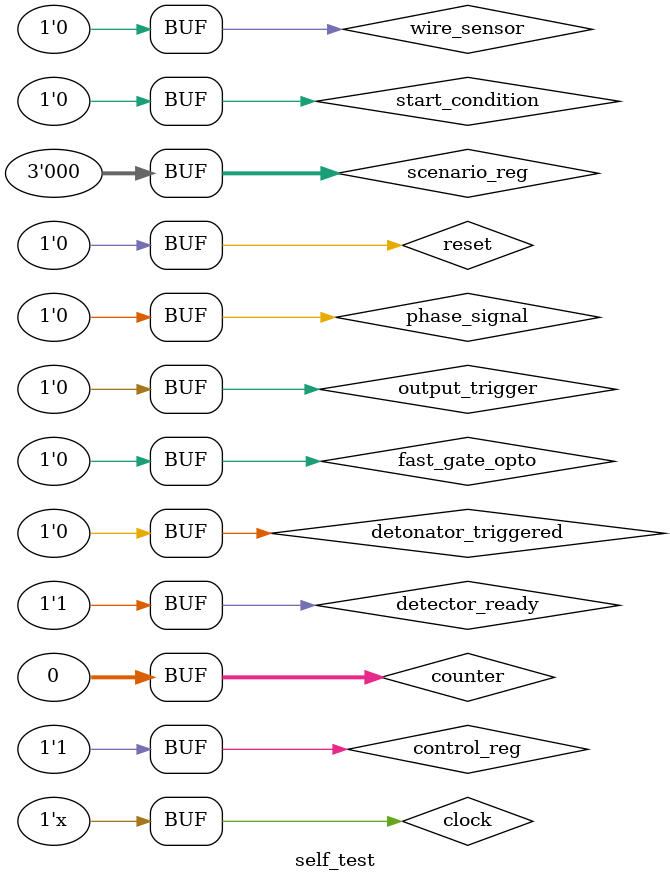
<source format=sv>
`timescale 1ns/10ps

module self_test();
	logic control_reg = 0;
	logic clock = 0;
    logic reset = 0;
    logic start_condition =0;
    logic fast_gate_opto = 0;
//    logic fast_gate_open = 0;
	logic phase_signal = 0;
    logic detector_ready = 1;
    logic wire_sensor = 0;
	
	localparam fg_open_delay = 0; 
	localparam detector_ready_timeout = 0; 
	localparam phase_shift = 0; 
	localparam detonate_len = 0;
	localparam trigger_len = 0;
	
	logic detonator_triggered = 0;
    logic output_trigger = 0;
    logic [7:0] scenario_state;
    int counter = 0;
	logic [2:0] scenario_reg = 0;

	localparam CLOCK = 2.5;
	
	always clock = #CLOCK ~clock;
	
	initial begin
		for (control_reg = 0; control_reg < 9; control_reg = control_reg + 1) begin
			#10us;
			if (control_reg == 4)
				control_reg = 0;
		end		
	end
	
	scenario_multiplexer scenario_mux(
		.control_reg_input(control_reg),
		.clock_reg_input(clock), 
		.reset_reg_input(reset),
		.start_reg_input(start_condition), 
		.fg_reg_input(fast_gate_opto), 
		.phase_reg_input(phase_signal), 
		.wire_reg_input(wire_sensor), 
		.detector_ready_reg_input(detector_ready),
		
		.fg_open_delay_reg_input(fg_open_delay), 
		.detectr_ready_timeout_reg_input(detector_ready_timeout), 
		.phase_shift_reg_input(phase_shift), 
		.detonate_len_reg_input(detonate_len), 
		.trigger_len_reg_input(trigger_len),
		
		.detonation_signal_reg_output(detonator_triggered),
		.trigger_reg_output(output_trigger),
		.scenario_state_reg_output(scenario_state),
		.counter_reg_output(counter),
		.scenario_reg_output(scenario_reg)
);
    
endmodule

</source>
